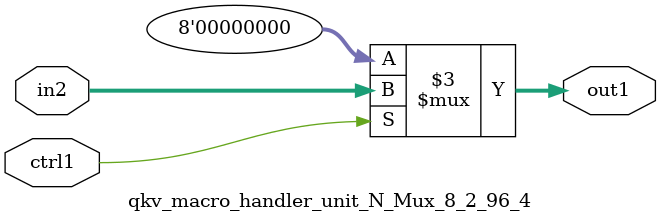
<source format=v>

`timescale 1ps / 1ps


module qkv_macro_handler_unit_N_Mux_8_2_96_4( in2, ctrl1, out1 );

    input [7:0] in2;
    input ctrl1;
    output [7:0] out1;
    reg [7:0] out1;

    
    // rtl_process:qkv_macro_handler_unit_N_Mux_8_2_96_4/qkv_macro_handler_unit_N_Mux_8_2_96_4_thread_1
    always @*
      begin : qkv_macro_handler_unit_N_Mux_8_2_96_4_thread_1
        case (ctrl1) 
          1'b1: 
            begin
              out1 = in2;
            end
          default: 
            begin
              out1 = 8'd000;
            end
        endcase
      end

endmodule





</source>
